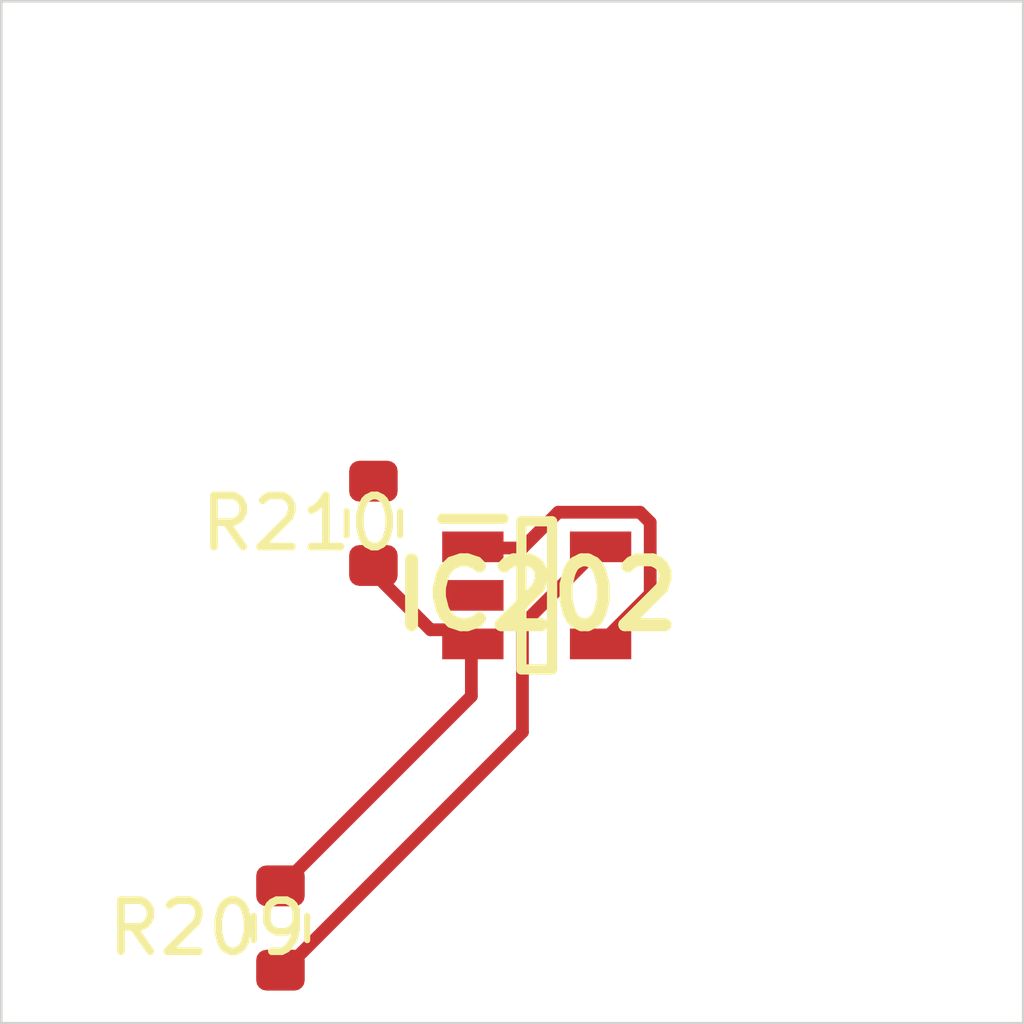
<source format=kicad_pcb>
 ( kicad_pcb  ( version 20171130 )
 ( host pcbnew 5.1.12-84ad8e8a86~92~ubuntu18.04.1 )
 ( general  ( thickness 1.6 )
 ( drawings 4 )
 ( tracks 0 )
 ( zones 0 )
 ( modules 3 )
 ( nets 5 )
)
 ( page A4 )
 ( layers  ( 0 F.Cu signal )
 ( 31 B.Cu signal )
 ( 32 B.Adhes user )
 ( 33 F.Adhes user )
 ( 34 B.Paste user )
 ( 35 F.Paste user )
 ( 36 B.SilkS user )
 ( 37 F.SilkS user )
 ( 38 B.Mask user )
 ( 39 F.Mask user )
 ( 40 Dwgs.User user )
 ( 41 Cmts.User user )
 ( 42 Eco1.User user )
 ( 43 Eco2.User user )
 ( 44 Edge.Cuts user )
 ( 45 Margin user )
 ( 46 B.CrtYd user )
 ( 47 F.CrtYd user )
 ( 48 B.Fab user )
 ( 49 F.Fab user )
)
 ( setup  ( last_trace_width 0.25 )
 ( trace_clearance 0.2 )
 ( zone_clearance 0.508 )
 ( zone_45_only no )
 ( trace_min 0.2 )
 ( via_size 0.8 )
 ( via_drill 0.4 )
 ( via_min_size 0.4 )
 ( via_min_drill 0.3 )
 ( uvia_size 0.3 )
 ( uvia_drill 0.1 )
 ( uvias_allowed no )
 ( uvia_min_size 0.2 )
 ( uvia_min_drill 0.1 )
 ( edge_width 0.05 )
 ( segment_width 0.2 )
 ( pcb_text_width 0.3 )
 ( pcb_text_size 1.5 1.5 )
 ( mod_edge_width 0.12 )
 ( mod_text_size 1 1 )
 ( mod_text_width 0.15 )
 ( pad_size 1.524 1.524 )
 ( pad_drill 0.762 )
 ( pad_to_mask_clearance 0 )
 ( aux_axis_origin 0 0 )
 ( visible_elements FFFFFF7F )
 ( pcbplotparams  ( layerselection 0x010fc_ffffffff )
 ( usegerberextensions false )
 ( usegerberattributes true )
 ( usegerberadvancedattributes true )
 ( creategerberjobfile true )
 ( excludeedgelayer true )
 ( linewidth 0.100000 )
 ( plotframeref false )
 ( viasonmask false )
 ( mode 1 )
 ( useauxorigin false )
 ( hpglpennumber 1 )
 ( hpglpenspeed 20 )
 ( hpglpendiameter 15.000000 )
 ( psnegative false )
 ( psa4output false )
 ( plotreference true )
 ( plotvalue true )
 ( plotinvisibletext false )
 ( padsonsilk false )
 ( subtractmaskfromsilk false )
 ( outputformat 1 )
 ( mirror false )
 ( drillshape 1 )
 ( scaleselection 1 )
 ( outputdirectory "" )
)
)
 ( net 0 "" )
 ( net 1 GND )
 ( net 2 VDDA )
 ( net 3 /Sheet6235D886/vp )
 ( net 4 "Net-(IC202-Pad3)" )
 ( net_class Default "This is the default net class."  ( clearance 0.2 )
 ( trace_width 0.25 )
 ( via_dia 0.8 )
 ( via_drill 0.4 )
 ( uvia_dia 0.3 )
 ( uvia_drill 0.1 )
 ( add_net /Sheet6235D886/vp )
 ( add_net GND )
 ( add_net "Net-(IC202-Pad3)" )
 ( add_net VDDA )
)
 ( module SOT95P280X145-5N locked  ( layer F.Cu )
 ( tedit 62336ED7 )
 ( tstamp 623423ED )
 ( at 90.479100 111.627000 )
 ( descr DBV0005A )
 ( tags "Integrated Circuit" )
 ( path /6235D887/6266C08E )
 ( attr smd )
 ( fp_text reference IC202  ( at 0 0 )
 ( layer F.SilkS )
 ( effects  ( font  ( size 1.27 1.27 )
 ( thickness 0.254 )
)
)
)
 ( fp_text value TL071HIDBVR  ( at 0 0 )
 ( layer F.SilkS )
hide  ( effects  ( font  ( size 1.27 1.27 )
 ( thickness 0.254 )
)
)
)
 ( fp_line  ( start -1.85 -1.5 )
 ( end -0.65 -1.5 )
 ( layer F.SilkS )
 ( width 0.2 )
)
 ( fp_line  ( start -0.3 1.45 )
 ( end -0.3 -1.45 )
 ( layer F.SilkS )
 ( width 0.2 )
)
 ( fp_line  ( start 0.3 1.45 )
 ( end -0.3 1.45 )
 ( layer F.SilkS )
 ( width 0.2 )
)
 ( fp_line  ( start 0.3 -1.45 )
 ( end 0.3 1.45 )
 ( layer F.SilkS )
 ( width 0.2 )
)
 ( fp_line  ( start -0.3 -1.45 )
 ( end 0.3 -1.45 )
 ( layer F.SilkS )
 ( width 0.2 )
)
 ( fp_line  ( start -0.8 -0.5 )
 ( end 0.15 -1.45 )
 ( layer Dwgs.User )
 ( width 0.1 )
)
 ( fp_line  ( start -0.8 1.45 )
 ( end -0.8 -1.45 )
 ( layer Dwgs.User )
 ( width 0.1 )
)
 ( fp_line  ( start 0.8 1.45 )
 ( end -0.8 1.45 )
 ( layer Dwgs.User )
 ( width 0.1 )
)
 ( fp_line  ( start 0.8 -1.45 )
 ( end 0.8 1.45 )
 ( layer Dwgs.User )
 ( width 0.1 )
)
 ( fp_line  ( start -0.8 -1.45 )
 ( end 0.8 -1.45 )
 ( layer Dwgs.User )
 ( width 0.1 )
)
 ( fp_line  ( start -2.1 1.775 )
 ( end -2.1 -1.775 )
 ( layer Dwgs.User )
 ( width 0.05 )
)
 ( fp_line  ( start 2.1 1.775 )
 ( end -2.1 1.775 )
 ( layer Dwgs.User )
 ( width 0.05 )
)
 ( fp_line  ( start 2.1 -1.775 )
 ( end 2.1 1.775 )
 ( layer Dwgs.User )
 ( width 0.05 )
)
 ( fp_line  ( start -2.1 -1.775 )
 ( end 2.1 -1.775 )
 ( layer Dwgs.User )
 ( width 0.05 )
)
 ( pad 1 smd rect  ( at -1.25 -0.95 90.000000 )
 ( size 0.6 1.2 )
 ( layers F.Cu F.Mask F.Paste )
 ( net 3 /Sheet6235D886/vp )
)
 ( pad 2 smd rect  ( at -1.25 0 90.000000 )
 ( size 0.6 1.2 )
 ( layers F.Cu F.Mask F.Paste )
 ( net 1 GND )
)
 ( pad 3 smd rect  ( at -1.25 0.95 90.000000 )
 ( size 0.6 1.2 )
 ( layers F.Cu F.Mask F.Paste )
 ( net 4 "Net-(IC202-Pad3)" )
)
 ( pad 4 smd rect  ( at 1.25 0.95 90.000000 )
 ( size 0.6 1.2 )
 ( layers F.Cu F.Mask F.Paste )
 ( net 3 /Sheet6235D886/vp )
)
 ( pad 5 smd rect  ( at 1.25 -0.95 90.000000 )
 ( size 0.6 1.2 )
 ( layers F.Cu F.Mask F.Paste )
 ( net 2 VDDA )
)
)
 ( module Resistor_SMD:R_0603_1608Metric  ( layer F.Cu )
 ( tedit 5F68FEEE )
 ( tstamp 62342595 )
 ( at 85.463800 118.137000 90.000000 )
 ( descr "Resistor SMD 0603 (1608 Metric), square (rectangular) end terminal, IPC_7351 nominal, (Body size source: IPC-SM-782 page 72, https://www.pcb-3d.com/wordpress/wp-content/uploads/ipc-sm-782a_amendment_1_and_2.pdf), generated with kicad-footprint-generator" )
 ( tags resistor )
 ( path /6235D887/623CDBD9 )
 ( attr smd )
 ( fp_text reference R209  ( at 0 -1.43 )
 ( layer F.SilkS )
 ( effects  ( font  ( size 1 1 )
 ( thickness 0.15 )
)
)
)
 ( fp_text value 100k  ( at 0 1.43 )
 ( layer F.Fab )
 ( effects  ( font  ( size 1 1 )
 ( thickness 0.15 )
)
)
)
 ( fp_line  ( start -0.8 0.4125 )
 ( end -0.8 -0.4125 )
 ( layer F.Fab )
 ( width 0.1 )
)
 ( fp_line  ( start -0.8 -0.4125 )
 ( end 0.8 -0.4125 )
 ( layer F.Fab )
 ( width 0.1 )
)
 ( fp_line  ( start 0.8 -0.4125 )
 ( end 0.8 0.4125 )
 ( layer F.Fab )
 ( width 0.1 )
)
 ( fp_line  ( start 0.8 0.4125 )
 ( end -0.8 0.4125 )
 ( layer F.Fab )
 ( width 0.1 )
)
 ( fp_line  ( start -0.237258 -0.5225 )
 ( end 0.237258 -0.5225 )
 ( layer F.SilkS )
 ( width 0.12 )
)
 ( fp_line  ( start -0.237258 0.5225 )
 ( end 0.237258 0.5225 )
 ( layer F.SilkS )
 ( width 0.12 )
)
 ( fp_line  ( start -1.48 0.73 )
 ( end -1.48 -0.73 )
 ( layer F.CrtYd )
 ( width 0.05 )
)
 ( fp_line  ( start -1.48 -0.73 )
 ( end 1.48 -0.73 )
 ( layer F.CrtYd )
 ( width 0.05 )
)
 ( fp_line  ( start 1.48 -0.73 )
 ( end 1.48 0.73 )
 ( layer F.CrtYd )
 ( width 0.05 )
)
 ( fp_line  ( start 1.48 0.73 )
 ( end -1.48 0.73 )
 ( layer F.CrtYd )
 ( width 0.05 )
)
 ( fp_text user %R  ( at 0 0 )
 ( layer F.Fab )
 ( effects  ( font  ( size 0.4 0.4 )
 ( thickness 0.06 )
)
)
)
 ( pad 1 smd roundrect  ( at -0.825 0 90.000000 )
 ( size 0.8 0.95 )
 ( layers F.Cu F.Mask F.Paste )
 ( roundrect_rratio 0.25 )
 ( net 2 VDDA )
)
 ( pad 2 smd roundrect  ( at 0.825 0 90.000000 )
 ( size 0.8 0.95 )
 ( layers F.Cu F.Mask F.Paste )
 ( roundrect_rratio 0.25 )
 ( net 4 "Net-(IC202-Pad3)" )
)
 ( model ${KISYS3DMOD}/Resistor_SMD.3dshapes/R_0603_1608Metric.wrl  ( at  ( xyz 0 0 0 )
)
 ( scale  ( xyz 1 1 1 )
)
 ( rotate  ( xyz 0 0 0 )
)
)
)
 ( module Resistor_SMD:R_0603_1608Metric  ( layer F.Cu )
 ( tedit 5F68FEEE )
 ( tstamp 623425A6 )
 ( at 87.282800 110.217000 90.000000 )
 ( descr "Resistor SMD 0603 (1608 Metric), square (rectangular) end terminal, IPC_7351 nominal, (Body size source: IPC-SM-782 page 72, https://www.pcb-3d.com/wordpress/wp-content/uploads/ipc-sm-782a_amendment_1_and_2.pdf), generated with kicad-footprint-generator" )
 ( tags resistor )
 ( path /6235D887/623CDBDF )
 ( attr smd )
 ( fp_text reference R210  ( at 0 -1.43 )
 ( layer F.SilkS )
 ( effects  ( font  ( size 1 1 )
 ( thickness 0.15 )
)
)
)
 ( fp_text value 100k  ( at 0 1.43 )
 ( layer F.Fab )
 ( effects  ( font  ( size 1 1 )
 ( thickness 0.15 )
)
)
)
 ( fp_line  ( start 1.48 0.73 )
 ( end -1.48 0.73 )
 ( layer F.CrtYd )
 ( width 0.05 )
)
 ( fp_line  ( start 1.48 -0.73 )
 ( end 1.48 0.73 )
 ( layer F.CrtYd )
 ( width 0.05 )
)
 ( fp_line  ( start -1.48 -0.73 )
 ( end 1.48 -0.73 )
 ( layer F.CrtYd )
 ( width 0.05 )
)
 ( fp_line  ( start -1.48 0.73 )
 ( end -1.48 -0.73 )
 ( layer F.CrtYd )
 ( width 0.05 )
)
 ( fp_line  ( start -0.237258 0.5225 )
 ( end 0.237258 0.5225 )
 ( layer F.SilkS )
 ( width 0.12 )
)
 ( fp_line  ( start -0.237258 -0.5225 )
 ( end 0.237258 -0.5225 )
 ( layer F.SilkS )
 ( width 0.12 )
)
 ( fp_line  ( start 0.8 0.4125 )
 ( end -0.8 0.4125 )
 ( layer F.Fab )
 ( width 0.1 )
)
 ( fp_line  ( start 0.8 -0.4125 )
 ( end 0.8 0.4125 )
 ( layer F.Fab )
 ( width 0.1 )
)
 ( fp_line  ( start -0.8 -0.4125 )
 ( end 0.8 -0.4125 )
 ( layer F.Fab )
 ( width 0.1 )
)
 ( fp_line  ( start -0.8 0.4125 )
 ( end -0.8 -0.4125 )
 ( layer F.Fab )
 ( width 0.1 )
)
 ( fp_text user %R  ( at 0 0 )
 ( layer F.Fab )
 ( effects  ( font  ( size 0.4 0.4 )
 ( thickness 0.06 )
)
)
)
 ( pad 2 smd roundrect  ( at 0.825 0 90.000000 )
 ( size 0.8 0.95 )
 ( layers F.Cu F.Mask F.Paste )
 ( roundrect_rratio 0.25 )
 ( net 1 GND )
)
 ( pad 1 smd roundrect  ( at -0.825 0 90.000000 )
 ( size 0.8 0.95 )
 ( layers F.Cu F.Mask F.Paste )
 ( roundrect_rratio 0.25 )
 ( net 4 "Net-(IC202-Pad3)" )
)
 ( model ${KISYS3DMOD}/Resistor_SMD.3dshapes/R_0603_1608Metric.wrl  ( at  ( xyz 0 0 0 )
)
 ( scale  ( xyz 1 1 1 )
)
 ( rotate  ( xyz 0 0 0 )
)
)
)
 ( gr_line  ( start 100 100 )
 ( end 100 120 )
 ( layer Edge.Cuts )
 ( width 0.05 )
 ( tstamp 62E770C4 )
)
 ( gr_line  ( start 80 120 )
 ( end 100 120 )
 ( layer Edge.Cuts )
 ( width 0.05 )
 ( tstamp 62E770C0 )
)
 ( gr_line  ( start 80 100 )
 ( end 100 100 )
 ( layer Edge.Cuts )
 ( width 0.05 )
 ( tstamp 6234110C )
)
 ( gr_line  ( start 80 100 )
 ( end 80 120 )
 ( layer Edge.Cuts )
 ( width 0.05 )
)
 ( segment  ( start 85.500001 119.000002 )
 ( end 90.200001 114.300002 )
 ( width 0.250000 )
 ( layer F.Cu )
 ( net 2 )
)
 ( segment  ( start 90.200001 114.300002 )
 ( end 90.200001 112.200002 )
 ( width 0.250000 )
 ( layer F.Cu )
 ( net 2 )
)
 ( segment  ( start 90.200001 112.200002 )
 ( end 91.700001 110.700002 )
 ( width 0.250000 )
 ( layer F.Cu )
 ( net 2 )
)
 ( segment  ( start 91.700001 112.600002 )
 ( end 92.700001 111.600002 )
 ( width 0.250000 )
 ( layer F.Cu )
 ( net 3 )
)
 ( segment  ( start 92.700001 111.600002 )
 ( end 92.700001 110.200002 )
 ( width 0.250000 )
 ( layer F.Cu )
 ( net 3 )
)
 ( segment  ( start 92.700001 110.200002 )
 ( end 92.500001 110.000002 )
 ( width 0.250000 )
 ( layer F.Cu )
 ( net 3 )
)
 ( segment  ( start 92.500001 110.000002 )
 ( end 90.900001 110.000002 )
 ( width 0.250000 )
 ( layer F.Cu )
 ( net 3 )
)
 ( segment  ( start 90.900001 110.000002 )
 ( end 90.200001 110.700002 )
 ( width 0.250000 )
 ( layer F.Cu )
 ( net 3 )
)
 ( segment  ( start 90.200001 110.700002 )
 ( end 89.200001 110.700002 )
 ( width 0.250000 )
 ( layer F.Cu )
 ( net 3 )
)
 ( segment  ( start 85.500001 117.300002 )
 ( end 89.200001 113.600002 )
 ( width 0.250000 )
 ( layer F.Cu )
 ( net 4 )
)
 ( segment  ( start 89.200001 113.600002 )
 ( end 89.200001 112.600002 )
 ( width 0.250000 )
 ( layer F.Cu )
 ( net 4 )
)
 ( segment  ( start 87.300001 111.000002 )
 ( end 87.300001 111.200002 )
 ( width 0.250000 )
 ( layer F.Cu )
 ( net 4 )
)
 ( segment  ( start 87.300001 111.200002 )
 ( end 88.400001 112.300002 )
 ( width 0.250000 )
 ( layer F.Cu )
 ( net 4 )
)
 ( segment  ( start 88.400001 112.300002 )
 ( end 88.900001 112.300002 )
 ( width 0.250000 )
 ( layer F.Cu )
 ( net 4 )
)
 ( segment  ( start 88.900001 112.300002 )
 ( end 89.200001 112.600002 )
 ( width 0.250000 )
 ( layer F.Cu )
 ( net 4 )
)
)

</source>
